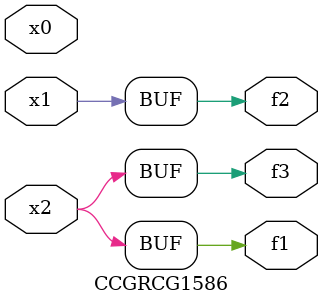
<source format=v>
module CCGRCG1586(
	input x0, x1, x2,
	output f1, f2, f3
);
	assign f1 = x2;
	assign f2 = x1;
	assign f3 = x2;
endmodule

</source>
